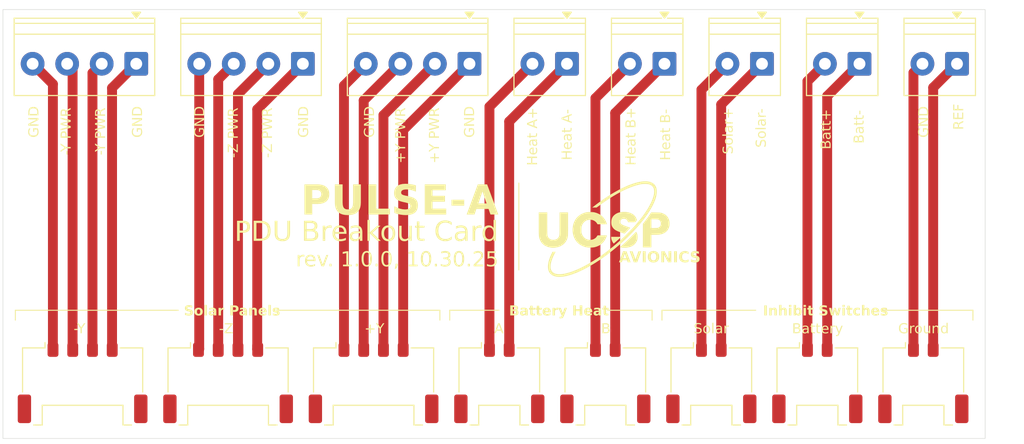
<source format=kicad_pcb>
(kicad_pcb (version 20241229) (generator "pcbnew") (generator_version "9.0")
  (layers (0 "F.Cu" signal) (2 "B.Cu" signal) (13 "F.Paste" user) (15 "B.Paste" user) (5 "F.SilkS" user "F.Silkscreen") (7 "B.SilkS" user "B.Silkscreen") (1 "F.Mask" user) (3 "B.Mask" user) (25 "Edge.Cuts" user))
  (net 0 "")
  (net 1 "Net-(J1-Pin_1)")
  (net 2 "Net-(J1-Pin_2)")
  (net 3 "Net-(J2-Pin_1)")
  (net 4 "Net-(J2-Pin_2)")
  (net 5 "Net-(J3-Pin_1)")
  (net 6 "Net-(J3-Pin_2)")
  (net 7 "Net-(J4-Pin_2)")
  (net 8 "Net-(J4-Pin_1)")
  (net 9 "Net-(J10-Pin_2)")
  (net 10 "Net-(J10-Pin_1)")
  (net 11 "Net-(J11-Pin_1)")
  (net 12 "Net-(J11-Pin_3)")
  (net 13 "Net-(J11-Pin_2)")
  (net 14 "Net-(J11-Pin_4)")
  (net 15 "Net-(J12-Pin_3)")
  (net 16 "Net-(J12-Pin_4)")
  (net 17 "Net-(J12-Pin_2)")
  (net 18 "Net-(J12-Pin_1)")
  (net 19 "Net-(J13-Pin_2)")
  (net 20 "Net-(J13-Pin_3)")
  (net 21 "Net-(J13-Pin_4)")
  (net 22 "Net-(J13-Pin_1)")
  (footprint "TerminalBlock_Phoenix:TerminalBlock_Phoenix_PT-1,5-4-3.5-H_1x04_P3.50mm_Horizontal" (layer "F.Cu") (at 92.122469 69.5 180)
    (property "Reference" "J12" (hide yes))
    (property "Value" "Screw_Terminal_01x04")
    (pad "1" thru_hole roundrect (at 0 0 180) (size 2.4 2.4) (drill 1.2) (layers "*.Cu" "*.Mask") (roundrect_rratio 0.104167) (net 18 "Net-(J12-Pin_1)"))
    (pad "2" thru_hole circle (at 3.5 0 180) (size 2.4 2.4) (drill 1.2) (layers "*.Cu" "*.Mask") (net 17 "Net-(J12-Pin_2)"))
    (pad "3" thru_hole circle (at 7 0 180) (size 2.4 2.4) (drill 1.2) (layers "*.Cu" "*.Mask") (net 15 "Net-(J12-Pin_3)"))
    (pad "4" thru_hole circle (at 10.5 0 180) (size 2.4 2.4) (drill 1.2) (layers "*.Cu" "*.Mask") (net 16 "Net-(J12-Pin_4)"))
  )
  (footprint "TerminalBlock_Phoenix:TerminalBlock_Phoenix_PT-1,5-2-3.5-H_1x02_P3.50mm_Horizontal" (layer "F.Cu") (at 118.87753 69.5 180)
    (property "Reference" "J1" (hide yes))
    (property "Value" "Screw_Terminal_01x02")
    (pad "1" thru_hole roundrect (at 0 0 180) (size 2.4 2.4) (drill 1.2) (layers "*.Cu" "*.Mask") (roundrect_rratio 0.104167) (net 1 "Net-(J1-Pin_1)"))
    (pad "2" thru_hole circle (at 3.5 0 180) (size 2.4 2.4) (drill 1.2) (layers "*.Cu" "*.Mask") (net 2 "Net-(J1-Pin_2)"))
  )
  (footprint "TerminalBlock_Phoenix:TerminalBlock_Phoenix_PT-1,5-4-3.5-H_1x04_P3.50mm_Horizontal" (layer "F.Cu") (at 109 69.5 180)
    (property "Reference" "J13" (hide yes))
    (property "Value" "Screw_Terminal_01x04")
    (pad "1" thru_hole roundrect (at 0 0 180) (size 2.4 2.4) (drill 1.2) (layers "*.Cu" "*.Mask") (roundrect_rratio 0.104167) (net 22 "Net-(J13-Pin_1)"))
    (pad "2" thru_hole circle (at 3.5 0 180) (size 2.4 2.4) (drill 1.2) (layers "*.Cu" "*.Mask") (net 19 "Net-(J13-Pin_2)"))
    (pad "3" thru_hole circle (at 7 0 180) (size 2.4 2.4) (drill 1.2) (layers "*.Cu" "*.Mask") (net 20 "Net-(J13-Pin_3)"))
    (pad "4" thru_hole circle (at 10.5 0 180) (size 2.4 2.4) (drill 1.2) (layers "*.Cu" "*.Mask") (net 21 "Net-(J13-Pin_4)"))
  )
  (footprint "Connector_Molex:Molex_Pico-Lock_205338-0002_1x02-1MP_P2.00mm_Horizontal" (layer "F.Cu") (at 112.02381 101.86)
    (property "Reference" "J6" (hide yes))
    (property "Value" "Conn_01x02")
    (pad "1" smd roundrect (at -1 -3.36) (size 1.1 1.45) (layers "F.Cu" "F.Mask" "F.Paste") (roundrect_rratio 0.227273) (net 2 "Net-(J1-Pin_2)"))
    (pad "2" smd roundrect (at 1 -3.36) (size 1.1 1.45) (layers "F.Cu" "F.Mask" "F.Paste") (roundrect_rratio 0.227273) (net 1 "Net-(J1-Pin_1)"))
    (pad "MP" smd roundrect (at -3.895 2.635) (size 1.35 2.9) (layers "F.Cu" "F.Mask" "F.Paste") (roundrect_rratio 0.185185))
    (pad "MP" smd roundrect (at 3.895 2.635) (size 1.35 2.9) (layers "F.Cu" "F.Mask" "F.Paste") (roundrect_rratio 0.185185))
  )
  (footprint "TerminalBlock_Phoenix:TerminalBlock_Phoenix_PT-1,5-4-3.5-H_1x04_P3.50mm_Horizontal" (layer "F.Cu") (at 75.244939 69.5 180)
    (property "Reference" "J11" (hide yes))
    (property "Value" "Screw_Terminal_01x04")
    (pad "1" thru_hole roundrect (at 0 0 180) (size 2.4 2.4) (drill 1.2) (layers "*.Cu" "*.Mask") (roundrect_rratio 0.104167) (net 11 "Net-(J11-Pin_1)"))
    (pad "2" thru_hole circle (at 3.5 0 180) (size 2.4 2.4) (drill 1.2) (layers "*.Cu" "*.Mask") (net 13 "Net-(J11-Pin_2)"))
    (pad "3" thru_hole circle (at 7 0 180) (size 2.4 2.4) (drill 1.2) (layers "*.Cu" "*.Mask") (net 12 "Net-(J11-Pin_3)"))
    (pad "4" thru_hole circle (at 10.5 0 180) (size 2.4 2.4) (drill 1.2) (layers "*.Cu" "*.Mask") (net 14 "Net-(J11-Pin_4)"))
  )
  (footprint "TerminalBlock_Phoenix:TerminalBlock_Phoenix_PT-1,5-2-3.5-H_1x02_P3.50mm_Horizontal" (layer "F.Cu") (at 138.63259 69.5 180)
    (property "Reference" "J3" (hide yes))
    (property "Value" "Screw_Terminal_01x02")
    (pad "1" thru_hole roundrect (at 0 0 180) (size 2.4 2.4) (drill 1.2) (layers "*.Cu" "*.Mask") (roundrect_rratio 0.104167) (net 5 "Net-(J3-Pin_1)"))
    (pad "2" thru_hole circle (at 3.5 0 180) (size 2.4 2.4) (drill 1.2) (layers "*.Cu" "*.Mask") (net 6 "Net-(J3-Pin_2)"))
  )
  (footprint "Connector_Molex:Molex_Pico-Lock_205338-0004_1x04-1MP_P2.00mm_Horizontal" (layer "F.Cu") (at 84.547619 101.86)
    (property "Reference" "J15" (hide yes))
    (property "Value" "Conn_01x04")
    (pad "1" smd roundrect (at -3 -3.36) (size 1.1 1.45) (layers "F.Cu" "F.Mask" "F.Paste") (roundrect_rratio 0.227273) (net 16 "Net-(J12-Pin_4)"))
    (pad "2" smd roundrect (at -1 -3.36) (size 1.1 1.45) (layers "F.Cu" "F.Mask" "F.Paste") (roundrect_rratio 0.227273) (net 15 "Net-(J12-Pin_3)"))
    (pad "3" smd roundrect (at 1 -3.36) (size 1.1 1.45) (layers "F.Cu" "F.Mask" "F.Paste") (roundrect_rratio 0.227273) (net 17 "Net-(J12-Pin_2)"))
    (pad "4" smd roundrect (at 3 -3.36) (size 1.1 1.45) (layers "F.Cu" "F.Mask" "F.Paste") (roundrect_rratio 0.227273) (net 18 "Net-(J12-Pin_1)"))
    (pad "MP" smd roundrect (at -5.895 2.635) (size 1.35 2.9) (layers "F.Cu" "F.Mask" "F.Paste") (roundrect_rratio 0.185185))
    (pad "MP" smd roundrect (at 5.895 2.635) (size 1.35 2.9) (layers "F.Cu" "F.Mask" "F.Paste") (roundrect_rratio 0.185185))
  )
  (footprint "TerminalBlock_Phoenix:TerminalBlock_Phoenix_PT-1,5-2-3.5-H_1x02_P3.50mm_Horizontal" (layer "F.Cu") (at 148.510121 69.5 180)
    (property "Reference" "J5" (hide yes))
    (property "Value" "Screw_Terminal_01x02")
    (pad "1" thru_hole roundrect (at 0 0 180) (size 2.4 2.4) (drill 1.2) (layers "*.Cu" "*.Mask") (roundrect_rratio 0.104167) (net 9 "Net-(J10-Pin_2)"))
    (pad "2" thru_hole circle (at 3.5 0 180) (size 2.4 2.4) (drill 1.2) (layers "*.Cu" "*.Mask") (net 10 "Net-(J10-Pin_1)"))
  )
  (footprint "Connector_Molex:Molex_Pico-Lock_205338-0002_1x02-1MP_P2.00mm_Horizontal" (layer "F.Cu") (at 154.976191 101.86)
    (property "Reference" "J9" (hide yes))
    (property "Value" "Conn_01x02")
    (pad "1" smd roundrect (at -1 -3.36) (size 1.1 1.45) (layers "F.Cu" "F.Mask" "F.Paste") (roundrect_rratio 0.227273) (net 7 "Net-(J4-Pin_2)"))
    (pad "2" smd roundrect (at 1 -3.36) (size 1.1 1.45) (layers "F.Cu" "F.Mask" "F.Paste") (roundrect_rratio 0.227273) (net 8 "Net-(J4-Pin_1)"))
    (pad "MP" smd roundrect (at -3.895 2.635) (size 1.35 2.9) (layers "F.Cu" "F.Mask" "F.Paste") (roundrect_rratio 0.185185))
    (pad "MP" smd roundrect (at 3.895 2.635) (size 1.35 2.9) (layers "F.Cu" "F.Mask" "F.Paste") (roundrect_rratio 0.185185))
  )
  (footprint "Connector_Molex:Molex_Pico-Lock_205338-0002_1x02-1MP_P2.00mm_Horizontal" (layer "F.Cu") (at 122.761905 101.86)
    (property "Reference" "J7" (hide yes))
    (property "Value" "Conn_01x02")
    (pad "1" smd roundrect (at -1 -3.36) (size 1.1 1.45) (layers "F.Cu" "F.Mask" "F.Paste") (roundrect_rratio 0.227273) (net 4 "Net-(J2-Pin_2)"))
    (pad "2" smd roundrect (at 1 -3.36) (size 1.1 1.45) (layers "F.Cu" "F.Mask" "F.Paste") (roundrect_rratio 0.227273) (net 3 "Net-(J2-Pin_1)"))
    (pad "MP" smd roundrect (at -3.895 2.635) (size 1.35 2.9) (layers "F.Cu" "F.Mask" "F.Paste") (roundrect_rratio 0.185185))
    (pad "MP" smd roundrect (at 3.895 2.635) (size 1.35 2.9) (layers "F.Cu" "F.Mask" "F.Paste") (roundrect_rratio 0.185185))
  )
  (footprint "LOGO" (layer "F.Cu") (at 122.442486 86.298473)
    (property "Reference" "G***" (hide yes))
    (property "Value" "LOGO" (hide yes))
  )
  (footprint "Connector_Molex:Molex_Pico-Lock_205338-0002_1x02-1MP_P2.00mm_Horizontal" (layer "F.Cu") (at 133.5 101.86)
    (property "Reference" "J8" (hide yes))
    (property "Value" "Conn_01x02")
    (pad "1" smd roundrect (at -1 -3.36) (size 1.1 1.45) (layers "F.Cu" "F.Mask" "F.Paste") (roundrect_rratio 0.227273) (net 6 "Net-(J3-Pin_2)"))
    (pad "2" smd roundrect (at 1 -3.36) (size 1.1 1.45) (layers "F.Cu" "F.Mask" "F.Paste") (roundrect_rratio 0.227273) (net 5 "Net-(J3-Pin_1)"))
    (pad "MP" smd roundrect (at -3.895 2.635) (size 1.35 2.9) (layers "F.Cu" "F.Mask" "F.Paste") (roundrect_rratio 0.185185))
    (pad "MP" smd roundrect (at 3.895 2.635) (size 1.35 2.9) (layers "F.Cu" "F.Mask" "F.Paste") (roundrect_rratio 0.185185))
  )
  (footprint "Connector_Molex:Molex_Pico-Lock_205338-0004_1x04-1MP_P2.00mm_Horizontal" (layer "F.Cu") (at 69.809524 101.86)
    (property "Reference" "J14" (hide yes))
    (property "Value" "Conn_01x04")
    (pad "1" smd roundrect (at -3 -3.36) (size 1.1 1.45) (layers "F.Cu" "F.Mask" "F.Paste") (roundrect_rratio 0.227273) (net 14 "Net-(J11-Pin_4)"))
    (pad "2" smd roundrect (at -1 -3.36) (size 1.1 1.45) (layers "F.Cu" "F.Mask" "F.Paste") (roundrect_rratio 0.227273) (net 12 "Net-(J11-Pin_3)"))
    (pad "3" smd roundrect (at 1 -3.36) (size 1.1 1.45) (layers "F.Cu" "F.Mask" "F.Paste") (roundrect_rratio 0.227273) (net 13 "Net-(J11-Pin_2)"))
    (pad "4" smd roundrect (at 3 -3.36) (size 1.1 1.45) (layers "F.Cu" "F.Mask" "F.Paste") (roundrect_rratio 0.227273) (net 11 "Net-(J11-Pin_1)"))
    (pad "MP" smd roundrect (at -5.895 2.635) (size 1.35 2.9) (layers "F.Cu" "F.Mask" "F.Paste") (roundrect_rratio 0.185185))
    (pad "MP" smd roundrect (at 5.895 2.635) (size 1.35 2.9) (layers "F.Cu" "F.Mask" "F.Paste") (roundrect_rratio 0.185185))
  )
  (footprint "Connector_Molex:Molex_Pico-Lock_205338-0004_1x04-1MP_P2.00mm_Horizontal" (layer "F.Cu") (at 99.285715 101.86)
    (property "Reference" "J16" (hide yes))
    (property "Value" "Conn_01x04")
    (pad "1" smd roundrect (at -3 -3.36) (size 1.1 1.45) (layers "F.Cu" "F.Mask" "F.Paste") (roundrect_rratio 0.227273) (net 21 "Net-(J13-Pin_4)"))
    (pad "2" smd roundrect (at -1 -3.36) (size 1.1 1.45) (layers "F.Cu" "F.Mask" "F.Paste") (roundrect_rratio 0.227273) (net 20 "Net-(J13-Pin_3)"))
    (pad "3" smd roundrect (at 1 -3.36) (size 1.1 1.45) (layers "F.Cu" "F.Mask" "F.Paste") (roundrect_rratio 0.227273) (net 19 "Net-(J13-Pin_2)"))
    (pad "4" smd roundrect (at 3 -3.36) (size 1.1 1.45) (layers "F.Cu" "F.Mask" "F.Paste") (roundrect_rratio 0.227273) (net 22 "Net-(J13-Pin_1)"))
    (pad "MP" smd roundrect (at -5.895 2.635) (size 1.35 2.9) (layers "F.Cu" "F.Mask" "F.Paste") (roundrect_rratio 0.185185))
    (pad "MP" smd roundrect (at 5.895 2.635) (size 1.35 2.9) (layers "F.Cu" "F.Mask" "F.Paste") (roundrect_rratio 0.185185))
  )
  (footprint "TerminalBlock_Phoenix:TerminalBlock_Phoenix_PT-1,5-2-3.5-H_1x02_P3.50mm_Horizontal" (layer "F.Cu") (at 128.75506 69.5 180)
    (property "Reference" "J2" (hide yes))
    (property "Value" "Screw_Terminal_01x02")
    (pad "1" thru_hole roundrect (at 0 0 180) (size 2.4 2.4) (drill 1.2) (layers "*.Cu" "*.Mask") (roundrect_rratio 0.104167) (net 3 "Net-(J2-Pin_1)"))
    (pad "2" thru_hole circle (at 3.5 0 180) (size 2.4 2.4) (drill 1.2) (layers "*.Cu" "*.Mask") (net 4 "Net-(J2-Pin_2)"))
  )
  (footprint "Connector_Molex:Molex_Pico-Lock_205338-0002_1x02-1MP_P2.00mm_Horizontal" (layer "F.Cu") (at 144.238096 101.86)
    (property "Reference" "J10" (hide yes))
    (property "Value" "Conn_01x02")
    (pad "1" smd roundrect (at -1 -3.36) (size 1.1 1.45) (layers "F.Cu" "F.Mask" "F.Paste") (roundrect_rratio 0.227273) (net 10 "Net-(J10-Pin_1)"))
    (pad "2" smd roundrect (at 1 -3.36) (size 1.1 1.45) (layers "F.Cu" "F.Mask" "F.Paste") (roundrect_rratio 0.227273) (net 9 "Net-(J10-Pin_2)"))
    (pad "MP" smd roundrect (at -3.895 2.635) (size 1.35 2.9) (layers "F.Cu" "F.Mask" "F.Paste") (roundrect_rratio 0.185185))
    (pad "MP" smd roundrect (at 3.895 2.635) (size 1.35 2.9) (layers "F.Cu" "F.Mask" "F.Paste") (roundrect_rratio 0.185185))
  )
  (footprint "TerminalBlock_Phoenix:TerminalBlock_Phoenix_PT-1,5-2-3.5-H_1x02_P3.50mm_Horizontal" (layer "F.Cu") (at 158.387651 69.5 180)
    (property "Reference" "J4" (hide yes))
    (property "Value" "Screw_Terminal_01x02")
    (pad "1" thru_hole roundrect (at 0 0 180) (size 2.4 2.4) (drill 1.2) (layers "*.Cu" "*.Mask") (roundrect_rratio 0.104167) (net 8 "Net-(J4-Pin_1)"))
    (pad "2" thru_hole circle (at 3.5 0 180) (size 2.4 2.4) (drill 1.2) (layers "*.Cu" "*.Mask") (net 7 "Net-(J4-Pin_2)"))
  )
  (gr_line (start 89.5 94.5) (end 106 94.5) (stroke (width 0.1)) (layer "F.SilkS"))
  (gr_line (start 79.5 94.5) (end 63 94.5) (stroke (width 0.1)) (layer "F.SilkS"))
  (gr_line (start 160 95) (end 160 95.5) (stroke (width 0.1)) (layer "F.SilkS"))
  (gr_line (start 160 94.5) (end 160 95) (stroke (width 0.1)) (layer "F.SilkS"))
  (gr_line (start 107 94.5) (end 107 95.5) (stroke (width 0.1)) (layer "F.SilkS"))
  (gr_line (start 128.5 94.5) (end 128.5 95.5) (stroke (width 0.1)) (layer "F.SilkS"))
  (gr_line (start 138 94.5) (end 128.5 94.5) (stroke (width 0.1)) (layer "F.SilkS"))
  (gr_line (start 112 94.5) (end 107 94.5) (stroke (width 0.1)) (layer "F.SilkS"))
  (gr_line (start 106 94.5) (end 106 95.5) (stroke (width 0.1)) (layer "F.SilkS"))
  (gr_line (start 114 81.594845) (end 114 90.405155) (stroke (width 0.1)) (layer "F.SilkS"))
  (gr_line (start 63 94.5) (end 63 95.5) (stroke (width 0.1)) (layer "F.SilkS"))
  (gr_line (start 150.831169 94.499999) (end 160 94.499999) (stroke (width 0.1)) (layer "F.SilkS"))
  (gr_line (start 127.5 94.5) (end 127.5 95.5) (stroke (width 0.1)) (layer "F.SilkS"))
  (gr_line (start 123 94.5) (end 127.5 94.5) (stroke (width 0.1)) (layer "F.SilkS"))
  (gr_rect (start 61.738096 64) (end 161.238096 107.5) (stroke (width 0.05)) (fill no) (layer "Edge.Cuts"))
  (gr_text "-Z" (at 83.614977 97 0) (layer "F.SilkS") (effects (font (size 1 1) (thickness 0.125)) (justify left bottom)))
  (gr_text "rev. 1.0.0, 10.30.25" (at 111.942486 90.298473 0) (layer "F.SilkS") (effects (font (size 1.5 1.5) (thickness 0.1)) (justify right bottom)))
  (gr_text "Batt+" (at 145.754426 74.097772 90) (layer "F.SilkS") (effects (font (size 1 1) (thickness 0.1)) (justify right bottom)))
  (gr_text "Batt-" (at 149.101301 74.186223 90) (layer "F.SilkS") (effects (font (size 1 1) (thickness 0.1)) (justify right bottom)))
  (gr_text "Solar-" (at 139.185405 74.026623 90) (layer "F.SilkS") (effects (font (size 1 1) (thickness 0.1)) (justify right bottom)))
  (gr_text "Heat B-" (at 129.489597 74.077867 90) (layer "F.SilkS") (effects (font (size 1 1) (thickness 0.1)) (justify right bottom)))
  (gr_text "+Y PWR" (at 102.658804 73.938172 90) (layer "F.SilkS") (effects (font (size 1 1) (thickness 0.1)) (justify right bottom)))
  (gr_text "Heat A+" (at 116.016998 73.938172 90) (layer "F.SilkS") (effects (font (size 1 1) (thickness 0.1)) (justify right bottom)))
  (gr_text "Battery" (at 144.258934 97 0) (layer "F.SilkS") (effects (font (size 1 1) (thickness 0.125)) (justify bottom)))
  (gr_text "+Y" (at 98.354556 97 0) (layer "F.SilkS") (effects (font (size 1 1) (thickness 0.125)) (justify left bottom)))
  (gr_text "GND" (at 99.5 77 90) (layer "F.SilkS") (effects (font (size 1 1) (thickness 0.1)) (justify left bottom)))
  (gr_text "Battery Heat" (at 113 95.191059 0) (layer "F.SilkS") (effects (font (size 1 1) (thickness 0.2) (bold yes)) (justify left bottom)))
  (gr_text "Solar+" (at 135.83853 73.938172 90) (layer "F.SilkS") (effects (font (size 1 1) (thickness 0.1)) (justify right bottom)))
  (gr_text "GND" (at 82.296472 77 90) (layer "F.SilkS") (effects (font (size 1 1) (thickness 0.1)) (justify left bottom)))
  (gr_text "PULSE-A" (at 111.942486 85.298473 0) (layer "F.SilkS") (effects (font (size 3 3) (thickness 0.1)) (justify right bottom)))
  (gr_text "-Y PWR" (at 72.256656 73.938172 90) (layer "F.SilkS") (effects (font (size 1 1) (thickness 0.1)) (justify right bottom)))
  (gr_text "Inhibit Switches" (at 138.731502 95.191059 0) (layer "F.SilkS") (effects (font (size 1 1) (thickness 0.2) (bold yes)) (justify left bottom)))
  (gr_text "-Z PWR" (at 85.701544 73.938172 90) (layer "F.SilkS") (effects (font (size 1 1) (thickness 0.1)) (justify right bottom)))
  (gr_text "PDU Breakout Card" (at 111.942486 87.798473 0) (layer "F.SilkS") (effects (font (size 2 2) (thickness 0.1)) (justify right bottom)))
  (gr_text "Ground" (at 155 97 0) (layer "F.SilkS") (effects (font (size 1 1) (thickness 0.125)) (justify bottom)))
  (gr_text "Solar" (at 133.5 97 0) (layer "F.SilkS") (effects (font (size 1 1) (thickness 0.125)) (justify bottom)))
  (gr_text "GND" (at 76 77 90) (layer "F.SilkS") (effects (font (size 1 1) (thickness 0.1)) (justify left bottom)))
  (gr_text "B" (at 122.331312 97 0) (layer "F.SilkS") (effects (font (size 1 1) (thickness 0.125)) (justify left bottom)))
  (gr_text "-Y PWR" (at 68.772486 73.938172 90) (layer "F.SilkS") (effects (font (size 1 1) (thickness 0.1)) (justify right bottom)))
  (gr_text "+Y PWR" (at 106.080551 73.938172 90) (layer "F.SilkS") (effects (font (size 1 1) (thickness 0.1)) (justify right bottom)))
  (gr_text "-Y" (at 68.896893 97 0) (layer "F.SilkS") (effects (font (size 1 1) (thickness 0.125)) (justify left bottom)))
  (gr_text "Heat B+" (at 125.987628 73.923626 90) (layer "F.SilkS") (effects (font (size 1 1) (thickness 0.1)) (justify right bottom)))
  (gr_text "A" (at 111.5 97 0) (layer "F.SilkS") (effects (font (size 1 1) (thickness 0.125)) (justify left bottom)))
  (gr_text "Solar Panels" (at 80.07087 95.191059 0) (layer "F.SilkS") (effects (font (size 1 1) (thickness 0.2) (bold yes)) (justify left bottom)))
  (gr_text "GND" (at 92.82124 77 90) (layer "F.SilkS") (effects (font (size 1 1) (thickness 0.1)) (justify left bottom)))
  (gr_text "Heat A-" (at 119.518967 74.092413 90) (layer "F.SilkS") (effects (font (size 1 1) (thickness 0.1)) (justify right bottom)))
  (gr_text "GND" (at 65.5 77 90) (layer "F.SilkS") (effects (font (size 1 1) (thickness 0.1)) (justify left bottom)))
  (gr_text "REF" (at 159.19017 76.212561 90) (layer "F.SilkS") (effects (font (size 1 1) (thickness 0.1)) (justify left bottom)))
  (gr_text "GND" (at 155.638858 77 90) (layer "F.SilkS") (effects (font (size 1 1) (thickness 0.1)) (justify left bottom)))
  (gr_text "-Z PWR" (at 89.162898 73.938172 90) (layer "F.SilkS") (effects (font (size 1 1) (thickness 0.1)) (justify right bottom)))
  (gr_text "AVIONICS" (at 124.137215 89.819851 0) (layer "F.SilkS") (effects (font (size 1.1 1.1) (thickness 0.25) (bold yes) (italic yes)) (justify left bottom)))
  (gr_text "GND" (at 109.638742 77 90) (layer "F.SilkS") (effects (font (size 1 1) (thickness 0.1)) (justify left bottom)))
  (segment (start 113.02381 75.35372) (end 113.02381 98.5) (width 1) (layer "F.Cu") (net 1))
  (segment (start 118.87753 69.5) (end 113.02381 75.35372) (width 1) (layer "F.Cu") (net 1))
  (segment (start 111.02381 73.85372) (end 111.02381 98.5) (width 1) (layer "F.Cu") (net 2))
  (segment (start 115.37753 69.5) (end 111.02381 73.85372) (width 1) (layer "F.Cu") (net 2))
  (segment (start 123.761905 74.493155) (end 123.761905 98.5) (width 1) (layer "F.Cu") (net 3))
  (segment (start 128.75506 69.5) (end 123.761905 74.493155) (width 1) (layer "F.Cu") (net 3))
  (segment (start 121.761905 72.993155) (end 121.761905 98.5) (width 1) (layer "F.Cu") (net 4))
  (segment (start 125.25506 69.5) (end 121.761905 72.993155) (width 1) (layer "F.Cu") (net 4))
  (segment (start 134.5 73.63259) (end 134.5 98.5) (width 1) (layer "F.Cu") (net 5))
  (segment (start 138.63259 69.5) (end 134.5 73.63259) (width 1) (layer "F.Cu") (net 5))
  (segment (start 132.5 72.13259) (end 132.5 98.5) (width 1) (layer "F.Cu") (net 6))
  (segment (start 135.13259 69.5) (end 132.5 72.13259) (width 1) (layer "F.Cu") (net 6))
  (segment (start 154.887651 69.5) (end 153.976191 70.41146) (width 1) (layer "F.Cu") (net 7))
  (segment (start 153.976191 70.41146) (end 153.976191 98.5) (width 1) (layer "F.Cu") (net 7))
  (segment (start 155.976191 71.91146) (end 155.976191 98.5) (width 1) (layer "F.Cu") (net 8))
  (segment (start 158.387651 69.5) (end 155.976191 71.91146) (width 1) (layer "F.Cu") (net 8))
  (segment (start 148.510121 69.5) (end 145.238096 72.772025) (width 1) (layer "F.Cu") (net 9))
  (segment (start 145.238096 72.772025) (end 145.238096 98.5) (width 1) (layer "F.Cu") (net 9))
  (segment (start 145.010121 69.5) (end 143.238096 71.272025) (width 1) (layer "F.Cu") (net 10))
  (segment (start 143.238096 71.272025) (end 143.238096 98.5) (width 1) (layer "F.Cu") (net 10))
  (segment (start 72.793861 98.484337) (end 72.809524 98.5) (width 1) (layer "F.Cu") (net 11))
  (segment (start 72.793861 71.951078) (end 72.793861 98.484337) (width 1) (layer "F.Cu") (net 11))
  (segment (start 75.244939 69.5) (end 72.793861 71.951078) (width 1) (layer "F.Cu") (net 11))
  (segment (start 68.795029 70.05009) (end 68.795029 98.485505) (width 1) (layer "F.Cu") (net 12))
  (segment (start 68.244939 69.5) (end 68.795029 70.05009) (width 1) (layer "F.Cu") (net 12))
  (segment (start 68.795029 98.485505) (end 68.809524 98.5) (width 1) (layer "F.Cu") (net 12))
  (segment (start 71.744939 69.5) (end 70.809524 70.435415) (width 1) (layer "F.Cu") (net 13))
  (segment (start 70.809524 70.435415) (end 70.809524 98.5) (width 1) (layer "F.Cu") (net 13))
  (segment (start 66.80033 98.490806) (end 66.809524 98.5) (width 1) (layer "F.Cu") (net 14))
  (segment (start 64.744939 69.5) (end 66.80033 71.555391) (width 1) (layer "F.Cu") (net 14))
  (segment (start 66.80033 71.555391) (end 66.80033 98.490806) (width 1) (layer "F.Cu") (net 14))
  (segment (start 83.547619 71.07485) (end 83.547619 98.5) (width 1) (layer "F.Cu") (net 15))
  (segment (start 85.122469 69.5) (end 83.547619 71.07485) (width 1) (layer "F.Cu") (net 15))
  (segment (start 81.622469 69.5) (end 81.622469 98.42515) (width 1) (layer "F.Cu") (net 16))
  (segment (start 81.622469 98.42515) (end 81.547619 98.5) (width 1) (layer "F.Cu") (net 16))
  (segment (start 88.622469 69.5) (end 85.547619 72.57485) (width 1) (layer "F.Cu") (net 17))
  (segment (start 85.547619 72.57485) (end 85.547619 98.5) (width 1) (layer "F.Cu") (net 17))
  (segment (start 92.122469 69.5) (end 87.5 74.122469) (width 1) (layer "F.Cu") (net 18))
  (segment (start 87.5 74.122469) (end 87.5 98.452381) (width 1) (layer "F.Cu") (net 18))
  (segment (start 87.5 98.452381) (end 87.547619 98.5) (width 1) (layer "F.Cu") (net 18))
  (segment (start 105.5 69.5) (end 100.285715 74.714285) (width 1) (layer "F.Cu") (net 19))
  (segment (start 100.285715 74.714285) (end 100.285715 98.5) (width 1) (layer "F.Cu") (net 19))
  (segment (start 98.285715 73.214285) (end 98.285715 98.5) (width 1) (layer "F.Cu") (net 20))
  (segment (start 102 69.5) (end 98.285715 73.214285) (width 1) (layer "F.Cu") (net 20))
  (segment (start 98.5 69.5) (end 96.285715 71.714285) (width 1) (layer "F.Cu") (net 21))
  (segment (start 96.285715 71.714285) (end 96.285715 98.5) (width 1) (layer "F.Cu") (net 21))
  (segment (start 109 69.5) (end 102.285715 76.214285) (width 1) (layer "F.Cu") (net 22))
  (segment (start 102.285715 76.214285) (end 102.285715 98.5) (width 1) (layer "F.Cu") (net 22))
)
</source>
